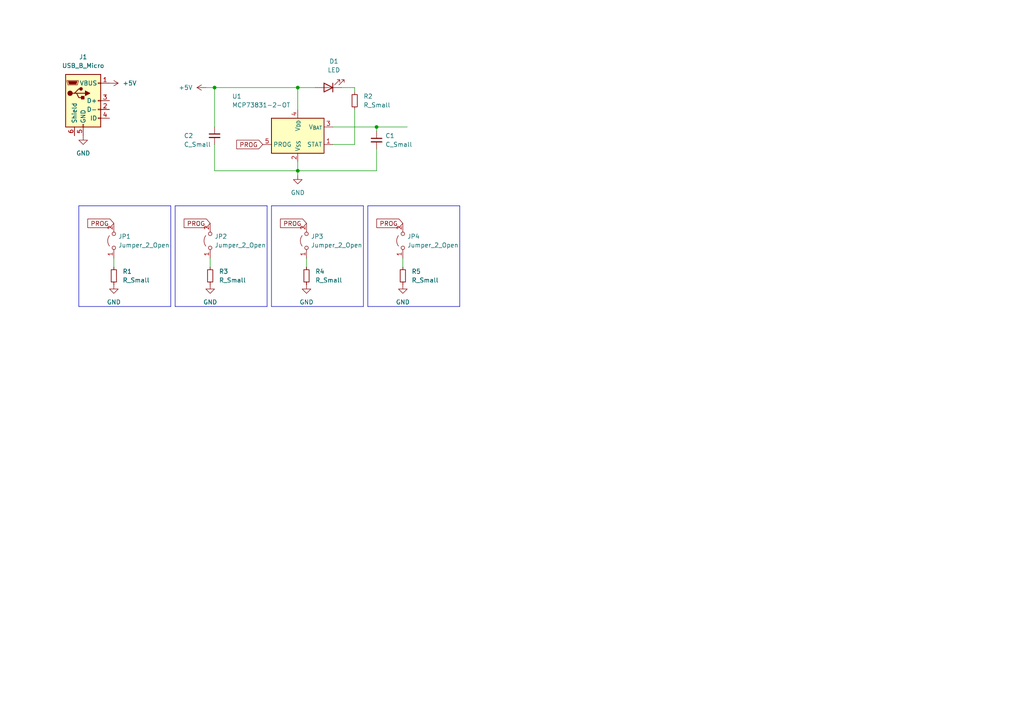
<source format=kicad_sch>
(kicad_sch (version 20230121) (generator eeschema)
  (paper "A4")
  (lib_symbols
    (symbol "Battery_Management:MCP73831-2-OT"
      (property "Reference" "U" (at -7.62 6.35 0))
      (property "Value" "MCP73831-2-OT" (at 1.27 6.35 0))
      (symbol "MCP73831-2-OT_0_1"
        (rectangle (start -7.62 5.08) (end 7.62 -5.08) (stroke (width 0.254)) (fill (type background)))
      )
      (symbol "MCP73831-2-OT_1_1"
        (pin output line (at 10.16 -2.54 180) (length 2.54) (name "STAT") (number "1"))
        (pin power_in line (at 0 -7.62 90) (length 2.54) (name "V_{SS}") (number "2"))
        (pin power_out line (at 10.16 2.54 180) (length 2.54) (name "V_{BAT}") (number "3"))
        (pin power_in line (at 0 7.62 270) (length 2.54) (name "V_{DD}") (number "4"))
        (pin input line (at -10.16 -2.54 0) (length 2.54) (name "PROG") (number "5"))
      )
    )
    (symbol "Connector:USB_B_Micro" (pin_names (offset 1.016))
      (property "Reference" "J" (at -5.08 11.43 0))
      (property "Value" "USB_B_Micro" (at -5.08 8.89 0))
      (symbol "USB_B_Micro_0_1"
        (rectangle (start -5.08 -7.62) (end 5.08 7.62) (stroke (width 0.254)) (fill (type background)))
        (circle (center -3.81 2.159) (radius 0.635) (stroke (width 0.254)) (fill (type outline)))
        (circle (center -0.635 3.429) (radius 0.381) (stroke (width 0.254)) (fill (type outline)))
        (rectangle (start -0.127 -7.62) (end 0.127 -6.858))
        (polyline (pts (xy -1.905 2.159) (xy 0.635 2.159)) (stroke (width 0.254)))
        (polyline (pts (xy -3.175 2.159) (xy -2.54 2.159) (xy -1.27 3.429) (xy -0.635 3.429)) (stroke (width 0.254)))
        (polyline (pts (xy -2.54 2.159) (xy -1.905 2.159) (xy -1.27 0.889) (xy 0 0.889)) (stroke (width 0.254)))
        (polyline (pts (xy 0.635 2.794) (xy 0.635 1.524) (xy 1.905 2.159) (xy 0.635 2.794)) (stroke (width 0.254)) (fill (type outline)))
        (polyline (pts (xy -4.318 5.588) (xy -1.778 5.588) (xy -2.032 4.826) (xy -4.064 4.826) (xy -4.318 5.588)) (fill (type outline)))
        (polyline (pts (xy -4.699 5.842) (xy -4.699 5.588) (xy -4.445 4.826) (xy -4.445 4.572) (xy -1.651 4.572) (xy -1.651 4.826) (xy -1.397 5.588) (xy -1.397 5.842) (xy -4.699 5.842)))
        (rectangle (start 0.254 1.27) (end -0.508 0.508) (stroke (width 0.254)) (fill (type outline)))
        (rectangle (start 5.08 -5.207) (end 4.318 -4.953))
        (rectangle (start 5.08 -2.667) (end 4.318 -2.413))
        (rectangle (start 5.08 -0.127) (end 4.318 0.127))
        (rectangle (start 5.08 4.953) (end 4.318 5.207))
      )
      (symbol "USB_B_Micro_1_1"
        (pin power_out line (at 7.62 5.08 180) (length 2.54) (name "VBUS") (number "1"))
        (pin bidirectional line (at 7.62 -2.54 180) (length 2.54) (name "D-") (number "2"))
        (pin bidirectional line (at 7.62 0 180) (length 2.54) (name "D+") (number "3"))
        (pin passive line (at 7.62 -5.08 180) (length 2.54) (name "ID") (number "4"))
        (pin power_out line (at 0 -10.16 90) (length 2.54) (name "GND") (number "5"))
        (pin passive line (at -2.54 -10.16 90) (length 2.54) (name "Shield") (number "6"))
      )
    )
    (symbol "Device:C_Small" (pin_numbers hide) (pin_names (offset 0.254) hide)
      (property "Reference" "C" (at 0.254 1.778 0))
      (property "Value" "C_Small" (at 0.254 -2.032 0))
      (symbol "C_Small_0_1"
        (polyline (pts (xy -1.524 -0.508) (xy 1.524 -0.508)) (stroke (width 0.3302)))
        (polyline (pts (xy -1.524 0.508) (xy 1.524 0.508)) (stroke (width 0.3048)))
      )
      (symbol "C_Small_1_1"
        (pin passive line (at 0 2.54 270) (length 2.032) (name "~") (number "1"))
        (pin passive line (at 0 -2.54 90) (length 2.032) (name "~") (number "2"))
      )
    )
    (symbol "Device:LED" (pin_numbers hide) (pin_names (offset 1.016) hide)
      (property "Reference" "D" (at 0 2.54 0))
      (property "Value" "LED" (at 0 -2.54 0))
      (symbol "LED_0_1"
        (polyline (pts (xy -1.27 -1.27) (xy -1.27 1.27)) (stroke (width 0.254)))
        (polyline (pts (xy -1.27 0) (xy 1.27 0)))
        (polyline (pts (xy 1.27 -1.27) (xy 1.27 1.27) (xy -1.27 0) (xy 1.27 -1.27)) (stroke (width 0.254)))
        (polyline (pts (xy -3.048 -0.762) (xy -4.572 -2.286) (xy -3.81 -2.286) (xy -4.572 -2.286) (xy -4.572 -1.524)))
        (polyline (pts (xy -1.778 -0.762) (xy -3.302 -2.286) (xy -2.54 -2.286) (xy -3.302 -2.286) (xy -3.302 -1.524)))
      )
      (symbol "LED_1_1"
        (pin passive line (at -3.81 0 0) (length 2.54) (name "K") (number "1"))
        (pin passive line (at 3.81 0 180) (length 2.54) (name "A") (number "2"))
      )
    )
    (symbol "Device:R_Small" (pin_numbers hide) (pin_names (offset 0.254) hide)
      (property "Reference" "R" (at 0.762 0.508 0))
      (property "Value" "R_Small" (at 0.762 -1.016 0))
      (symbol "R_Small_0_1"
        (rectangle (start -0.762 1.778) (end 0.762 -1.778) (stroke (width 0.2032)))
      )
      (symbol "R_Small_1_1"
        (pin passive line (at 0 2.54 270) (length 0.762) (name "~") (number "1"))
        (pin passive line (at 0 -2.54 90) (length 0.762) (name "~") (number "2"))
      )
    )
    (symbol "Jumper:Jumper_2_Open" (pin_names (offset 0) hide)
      (property "Reference" "JP" (at 0 2.794 0))
      (property "Value" "Jumper_2_Open" (at 0 -2.286 0))
      (symbol "Jumper_2_Open_0_0"
        (circle (center -2.032 0) (radius 0.508))
        (circle (center 2.032 0) (radius 0.508))
      )
      (symbol "Jumper_2_Open_0_1"
        (arc (start 1.524 1.27) (mid 0 1.778) (end -1.524 1.27))
      )
      (symbol "Jumper_2_Open_1_1"
        (pin passive line (at -5.08 0 0) (length 2.54) (name "A") (number "1"))
        (pin passive line (at 5.08 0 180) (length 2.54) (name "B") (number "2"))
      )
    )
    (symbol "power:+5V" (power) (pin_names (offset 0))
      (property "Value" "+5V" (at 0 3.556 0))
      (symbol "+5V_0_1"
        (polyline (pts (xy -0.762 1.27) (xy 0 2.54)))
        (polyline (pts (xy 0 0) (xy 0 2.54)))
        (polyline (pts (xy 0 2.54) (xy 0.762 1.27)))
      )
      (symbol "+5V_1_1"
        (pin power_in line (at 0 0 90) (length 0) hide (name "+5V") (number "1"))
      )
    )
    (symbol "power:GND" (power) (pin_names (offset 0))
      (property "Value" "GND" (at 0 -3.81 0))
      (symbol "GND_0_1"
        (polyline (pts (xy 0 0) (xy 0 -1.27) (xy 1.27 -1.27) (xy 0 -2.54) (xy -1.27 -1.27) (xy 0 -1.27)))
      )
      (symbol "GND_1_1"
        (pin power_in line (at 0 0 270) (length 0) hide (name "GND") (number "1"))
      )
    )
  )
  (junction (at 86.36 25.4))
  (junction (at 86.36 49.53))
  (junction (at 62.23 25.4))
  (junction (at 109.22 36.83))
  (wire (pts (xy 109.22 36.83) (xy 109.22 38.1)))
  (polyline (pts (xy 50.8 59.69) (xy 77.47 59.69)))
  (polyline (pts (xy 133.35 59.69) (xy 133.35 88.9)))
  (wire (pts (xy 86.36 25.4) (xy 86.36 31.75)))
  (wire (pts (xy 109.22 36.83) (xy 118.11 36.83)))
  (wire (pts (xy 60.96 74.93) (xy 60.96 77.47)))
  (polyline (pts (xy 50.8 59.69) (xy 50.8 88.9)))
  (polyline (pts (xy 133.35 88.9) (xy 106.68 88.9)))
  (polyline (pts (xy 78.74 59.69) (xy 105.41 59.69)))
  (wire (pts (xy 116.84 74.93) (xy 116.84 77.47)))
  (polyline (pts (xy 49.53 59.69) (xy 49.53 88.9)))
  (wire (pts (xy 102.87 26.67) (xy 102.87 25.4)))
  (wire (pts (xy 96.52 41.91) (xy 102.87 41.91)))
  (polyline (pts (xy 106.68 59.69) (xy 133.35 59.69)))
  (polyline (pts (xy 77.47 59.69) (xy 77.47 88.9)))
  (polyline (pts (xy 105.41 88.9) (xy 78.74 88.9)))
  (wire (pts (xy 102.87 41.91) (xy 102.87 31.75)))
  (polyline (pts (xy 105.41 59.69) (xy 105.41 88.9)))
  (wire (pts (xy 88.9 74.93) (xy 88.9 77.47)))
  (polyline (pts (xy 22.86 59.69) (xy 49.53 59.69)))
  (wire (pts (xy 86.36 25.4) (xy 62.23 25.4)))
  (polyline (pts (xy 106.68 59.69) (xy 106.68 88.9)))
  (wire (pts (xy 86.36 46.99) (xy 86.36 49.53)))
  (wire (pts (xy 109.22 43.18) (xy 109.22 49.53)))
  (wire (pts (xy 91.44 25.4) (xy 86.36 25.4)))
  (wire (pts (xy 86.36 49.53) (xy 86.36 50.8)))
  (wire (pts (xy 62.23 25.4) (xy 62.23 36.83)))
  (wire (pts (xy 62.23 41.91) (xy 62.23 49.53)))
  (wire (pts (xy 62.23 49.53) (xy 86.36 49.53)))
  (polyline (pts (xy 22.86 59.69) (xy 22.86 88.9)))
  (polyline (pts (xy 77.47 88.9) (xy 50.8 88.9)))
  (wire (pts (xy 102.87 25.4) (xy 99.06 25.4)))
  (wire (pts (xy 33.02 74.93) (xy 33.02 77.47)))
  (wire (pts (xy 96.52 36.83) (xy 109.22 36.83)))
  (polyline (pts (xy 78.74 59.69) (xy 78.74 88.9)))
  (polyline (pts (xy 49.53 88.9) (xy 22.86 88.9)))
  (wire (pts (xy 59.69 25.4) (xy 62.23 25.4)))
  (wire (pts (xy 109.22 49.53) (xy 86.36 49.53)))
  (global_label "PROG" (shape input) (at 33.02 64.77 180) (property "Intersheetrefs" "${INTERSHEET_REFS}" (effects hide)))
  (global_label "PROG" (shape input) (at 60.96 64.77 180) (property "Intersheetrefs" "${INTERSHEET_REFS}" (effects hide)))
  (global_label "PROG" (shape input) (at 88.9 64.77 180) (property "Intersheetrefs" "${INTERSHEET_REFS}" (effects hide)))
  (global_label "PROG" (shape input) (at 76.2 41.91 180) (property "Intersheetrefs" "${INTERSHEET_REFS}" (effects hide)))
  (global_label "PROG" (shape input) (at 116.84 64.77 180) (property "Intersheetrefs" "${INTERSHEET_REFS}" (effects hide)))
  (symbol (lib_id "power:GND") (at 24.13 39.37 0) (unit 1)
    (property "Reference" "#PWR02" (effects hide))
    (property "Value" "GND" (at 24.13 44.45 0))
  )
  (symbol (lib_id "power:GND") (at 33.02 82.55 0) (unit 1)
    (property "Reference" "#PWR04" (effects hide))
    (property "Value" "GND" (at 33.02 87.63 0))
  )
  (symbol (lib_id "power:GND") (at 60.96 82.55 0) (unit 1)
    (property "Reference" "#PWR05" (effects hide))
    (property "Value" "GND" (at 60.96 87.63 0))
  )
  (symbol (lib_id "power:+5V") (at 31.75 24.13 270) (unit 1)
    (property "Reference" "#PWR01" (effects hide))
    (property "Value" "+5V" (at 35.56 24.13 90) (effects (justify left)))
  )
  (symbol (lib_id "Jumper:Jumper_2_Open") (at 33.02 69.85 90) (unit 1)
    (property "Reference" "JP1" (at 34.29 68.58 90) (effects (justify right)))
    (property "Value" "Jumper_2_Open" (at 34.29 71.12 90) (effects (justify right)))
  )
  (symbol (lib_id "Device:R_Small") (at 116.84 80.01 0) (unit 1)
    (property "Reference" "R5" (at 119.38 78.74 0) (effects (justify left)))
    (property "Value" "R_Small" (at 119.38 81.28 0) (effects (justify left)))
  )
  (symbol (lib_id "Jumper:Jumper_2_Open") (at 88.9 69.85 90) (unit 1)
    (property "Reference" "JP3" (at 90.17 68.58 90) (effects (justify right)))
    (property "Value" "Jumper_2_Open" (at 90.17 71.12 90) (effects (justify right)))
  )
  (symbol (lib_id "power:+5V") (at 59.69 25.4 90) (unit 1)
    (property "Reference" "#PWR08" (effects hide))
    (property "Value" "+5V" (at 55.88 25.4 90) (effects (justify left)))
  )
  (symbol (lib_id "Device:R_Small") (at 60.96 80.01 0) (unit 1)
    (property "Reference" "R3" (at 63.5 78.74 0) (effects (justify left)))
    (property "Value" "R_Small" (at 63.5 81.28 0) (effects (justify left)))
  )
  (symbol (lib_id "Device:R_Small") (at 33.02 80.01 0) (unit 1)
    (property "Reference" "R1" (at 35.56 78.74 0) (effects (justify left)))
    (property "Value" "R_Small" (at 35.56 81.28 0) (effects (justify left)))
  )
  (symbol (lib_id "Battery_Management:MCP73831-2-OT") (at 86.36 39.37 0) (unit 1)
    (property "Reference" "U1" (at 67.31 27.94 0) (effects (justify left)))
    (property "Value" "MCP73831-2-OT" (at 67.31 30.48 0) (effects (justify left)))
    (property "Footprint" "Package_TO_SOT_SMD:SOT-23-5" (effects hide))
    (property "Datasheet" "http://ww1.microchip.com/downloads/en/DeviceDoc/20001984g.pdf" (effects hide))
  )
  (symbol (lib_id "power:GND") (at 88.9 82.55 0) (unit 1)
    (property "Reference" "#PWR06" (effects hide))
    (property "Value" "GND" (at 88.9 87.63 0))
  )
  (symbol (lib_id "Device:C_Small") (at 109.22 40.64 0) (unit 1)
    (property "Reference" "C1" (at 111.76 39.3763 0) (effects (justify left)))
    (property "Value" "C_Small" (at 111.76 41.9163 0) (effects (justify left)))
  )
  (symbol (lib_id "Connector:USB_B_Micro") (at 24.13 29.21 0) (unit 1)
    (property "Reference" "J1" (at 24.13 16.51 0))
    (property "Value" "USB_B_Micro" (at 24.13 19.05 0))
  )
  (symbol (lib_id "power:GND") (at 116.84 82.55 0) (unit 1)
    (property "Reference" "#PWR07" (effects hide))
    (property "Value" "GND" (at 116.84 87.63 0))
  )
  (symbol (lib_id "Device:C_Small") (at 62.23 39.37 0) (unit 1)
    (property "Reference" "C2" (at 53.34 39.37 0) (effects (justify left)))
    (property "Value" "C_Small" (at 53.34 41.91 0) (effects (justify left)))
  )
  (symbol (lib_id "Device:LED") (at 95.25 25.4 180) (unit 1)
    (property "Reference" "D1" (at 96.8375 17.78 0))
    (property "Value" "LED" (at 96.8375 20.32 0))
  )
  (symbol (lib_id "Device:R_Small") (at 102.87 29.21 0) (unit 1)
    (property "Reference" "R2" (at 105.41 27.94 0) (effects (justify left)))
    (property "Value" "R_Small" (at 105.41 30.48 0) (effects (justify left)))
  )
  (symbol (lib_id "power:GND") (at 86.36 50.8 0) (unit 1)
    (property "Reference" "#PWR03" (effects hide))
    (property "Value" "GND" (at 86.36 55.88 0))
  )
  (symbol (lib_id "Jumper:Jumper_2_Open") (at 116.84 69.85 90) (unit 1)
    (property "Reference" "JP4" (at 118.11 68.58 90) (effects (justify right)))
    (property "Value" "Jumper_2_Open" (at 118.11 71.12 90) (effects (justify right)))
  )
  (symbol (lib_id "Jumper:Jumper_2_Open") (at 60.96 69.85 90) (unit 1)
    (property "Reference" "JP2" (at 62.23 68.58 90) (effects (justify right)))
    (property "Value" "Jumper_2_Open" (at 62.23 71.12 90) (effects (justify right)))
  )
  (symbol (lib_id "Device:R_Small") (at 88.9 80.01 0) (unit 1)
    (property "Reference" "R4" (at 91.44 78.74 0) (effects (justify left)))
    (property "Value" "R_Small" (at 91.44 81.28 0) (effects (justify left)))
  )
)
</source>
